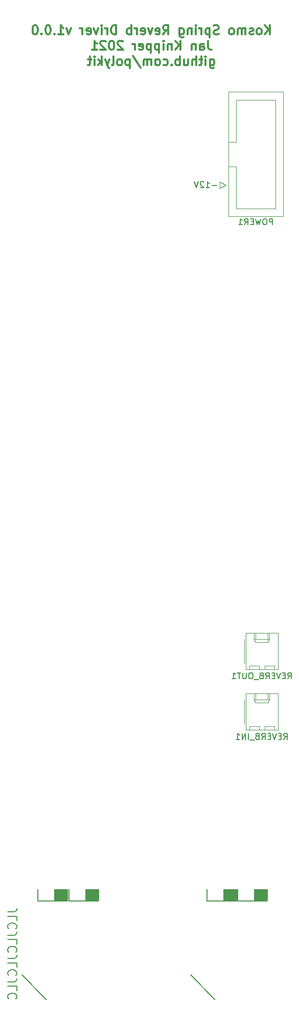
<source format=gbr>
G04 #@! TF.GenerationSoftware,KiCad,Pcbnew,5.1.9-73d0e3b20d~88~ubuntu20.10.1*
G04 #@! TF.CreationDate,2021-03-06T19:26:13+01:00*
G04 #@! TF.ProjectId,kosmo-spring-reverb-driver,6b6f736d-6f2d-4737-9072-696e672d7265,v1.0.0*
G04 #@! TF.SameCoordinates,Original*
G04 #@! TF.FileFunction,Legend,Bot*
G04 #@! TF.FilePolarity,Positive*
%FSLAX46Y46*%
G04 Gerber Fmt 4.6, Leading zero omitted, Abs format (unit mm)*
G04 Created by KiCad (PCBNEW 5.1.9-73d0e3b20d~88~ubuntu20.10.1) date 2021-03-06 19:26:13*
%MOMM*%
%LPD*%
G01*
G04 APERTURE LIST*
%ADD10C,0.200000*%
%ADD11C,0.300000*%
%ADD12C,0.120000*%
%ADD13C,0.150000*%
%ADD14C,0.100000*%
G04 APERTURE END LIST*
D10*
X117761904Y-82071428D02*
X117000000Y-82071428D01*
X116000000Y-82452380D02*
X116571428Y-82452380D01*
X116285714Y-82452380D02*
X116285714Y-81452380D01*
X116380952Y-81595238D01*
X116476190Y-81690476D01*
X116571428Y-81738095D01*
X115619047Y-81547619D02*
X115571428Y-81500000D01*
X115476190Y-81452380D01*
X115238095Y-81452380D01*
X115142857Y-81500000D01*
X115095238Y-81547619D01*
X115047619Y-81642857D01*
X115047619Y-81738095D01*
X115095238Y-81880952D01*
X115666666Y-82452380D01*
X115047619Y-82452380D01*
X114761904Y-81452380D02*
X114428571Y-82452380D01*
X114095238Y-81452380D01*
D11*
X126642857Y-57128571D02*
X126642857Y-55628571D01*
X125785714Y-57128571D02*
X126428571Y-56271428D01*
X125785714Y-55628571D02*
X126642857Y-56485714D01*
X124928571Y-57128571D02*
X125071428Y-57057142D01*
X125142857Y-56985714D01*
X125214285Y-56842857D01*
X125214285Y-56414285D01*
X125142857Y-56271428D01*
X125071428Y-56200000D01*
X124928571Y-56128571D01*
X124714285Y-56128571D01*
X124571428Y-56200000D01*
X124500000Y-56271428D01*
X124428571Y-56414285D01*
X124428571Y-56842857D01*
X124500000Y-56985714D01*
X124571428Y-57057142D01*
X124714285Y-57128571D01*
X124928571Y-57128571D01*
X123857142Y-57057142D02*
X123714285Y-57128571D01*
X123428571Y-57128571D01*
X123285714Y-57057142D01*
X123214285Y-56914285D01*
X123214285Y-56842857D01*
X123285714Y-56700000D01*
X123428571Y-56628571D01*
X123642857Y-56628571D01*
X123785714Y-56557142D01*
X123857142Y-56414285D01*
X123857142Y-56342857D01*
X123785714Y-56200000D01*
X123642857Y-56128571D01*
X123428571Y-56128571D01*
X123285714Y-56200000D01*
X122571428Y-57128571D02*
X122571428Y-56128571D01*
X122571428Y-56271428D02*
X122500000Y-56200000D01*
X122357142Y-56128571D01*
X122142857Y-56128571D01*
X122000000Y-56200000D01*
X121928571Y-56342857D01*
X121928571Y-57128571D01*
X121928571Y-56342857D02*
X121857142Y-56200000D01*
X121714285Y-56128571D01*
X121500000Y-56128571D01*
X121357142Y-56200000D01*
X121285714Y-56342857D01*
X121285714Y-57128571D01*
X120357142Y-57128571D02*
X120500000Y-57057142D01*
X120571428Y-56985714D01*
X120642857Y-56842857D01*
X120642857Y-56414285D01*
X120571428Y-56271428D01*
X120500000Y-56200000D01*
X120357142Y-56128571D01*
X120142857Y-56128571D01*
X120000000Y-56200000D01*
X119928571Y-56271428D01*
X119857142Y-56414285D01*
X119857142Y-56842857D01*
X119928571Y-56985714D01*
X120000000Y-57057142D01*
X120142857Y-57128571D01*
X120357142Y-57128571D01*
X118142857Y-57057142D02*
X117928571Y-57128571D01*
X117571428Y-57128571D01*
X117428571Y-57057142D01*
X117357142Y-56985714D01*
X117285714Y-56842857D01*
X117285714Y-56700000D01*
X117357142Y-56557142D01*
X117428571Y-56485714D01*
X117571428Y-56414285D01*
X117857142Y-56342857D01*
X118000000Y-56271428D01*
X118071428Y-56200000D01*
X118142857Y-56057142D01*
X118142857Y-55914285D01*
X118071428Y-55771428D01*
X118000000Y-55700000D01*
X117857142Y-55628571D01*
X117500000Y-55628571D01*
X117285714Y-55700000D01*
X116642857Y-56128571D02*
X116642857Y-57628571D01*
X116642857Y-56200000D02*
X116500000Y-56128571D01*
X116214285Y-56128571D01*
X116071428Y-56200000D01*
X116000000Y-56271428D01*
X115928571Y-56414285D01*
X115928571Y-56842857D01*
X116000000Y-56985714D01*
X116071428Y-57057142D01*
X116214285Y-57128571D01*
X116500000Y-57128571D01*
X116642857Y-57057142D01*
X115285714Y-57128571D02*
X115285714Y-56128571D01*
X115285714Y-56414285D02*
X115214285Y-56271428D01*
X115142857Y-56200000D01*
X115000000Y-56128571D01*
X114857142Y-56128571D01*
X114357142Y-57128571D02*
X114357142Y-56128571D01*
X114357142Y-55628571D02*
X114428571Y-55700000D01*
X114357142Y-55771428D01*
X114285714Y-55700000D01*
X114357142Y-55628571D01*
X114357142Y-55771428D01*
X113642857Y-56128571D02*
X113642857Y-57128571D01*
X113642857Y-56271428D02*
X113571428Y-56200000D01*
X113428571Y-56128571D01*
X113214285Y-56128571D01*
X113071428Y-56200000D01*
X113000000Y-56342857D01*
X113000000Y-57128571D01*
X111642857Y-56128571D02*
X111642857Y-57342857D01*
X111714285Y-57485714D01*
X111785714Y-57557142D01*
X111928571Y-57628571D01*
X112142857Y-57628571D01*
X112285714Y-57557142D01*
X111642857Y-57057142D02*
X111785714Y-57128571D01*
X112071428Y-57128571D01*
X112214285Y-57057142D01*
X112285714Y-56985714D01*
X112357142Y-56842857D01*
X112357142Y-56414285D01*
X112285714Y-56271428D01*
X112214285Y-56200000D01*
X112071428Y-56128571D01*
X111785714Y-56128571D01*
X111642857Y-56200000D01*
X108928571Y-57128571D02*
X109428571Y-56414285D01*
X109785714Y-57128571D02*
X109785714Y-55628571D01*
X109214285Y-55628571D01*
X109071428Y-55700000D01*
X109000000Y-55771428D01*
X108928571Y-55914285D01*
X108928571Y-56128571D01*
X109000000Y-56271428D01*
X109071428Y-56342857D01*
X109214285Y-56414285D01*
X109785714Y-56414285D01*
X107714285Y-57057142D02*
X107857142Y-57128571D01*
X108142857Y-57128571D01*
X108285714Y-57057142D01*
X108357142Y-56914285D01*
X108357142Y-56342857D01*
X108285714Y-56200000D01*
X108142857Y-56128571D01*
X107857142Y-56128571D01*
X107714285Y-56200000D01*
X107642857Y-56342857D01*
X107642857Y-56485714D01*
X108357142Y-56628571D01*
X107142857Y-56128571D02*
X106785714Y-57128571D01*
X106428571Y-56128571D01*
X105285714Y-57057142D02*
X105428571Y-57128571D01*
X105714285Y-57128571D01*
X105857142Y-57057142D01*
X105928571Y-56914285D01*
X105928571Y-56342857D01*
X105857142Y-56200000D01*
X105714285Y-56128571D01*
X105428571Y-56128571D01*
X105285714Y-56200000D01*
X105214285Y-56342857D01*
X105214285Y-56485714D01*
X105928571Y-56628571D01*
X104571428Y-57128571D02*
X104571428Y-56128571D01*
X104571428Y-56414285D02*
X104500000Y-56271428D01*
X104428571Y-56200000D01*
X104285714Y-56128571D01*
X104142857Y-56128571D01*
X103642857Y-57128571D02*
X103642857Y-55628571D01*
X103642857Y-56200000D02*
X103500000Y-56128571D01*
X103214285Y-56128571D01*
X103071428Y-56200000D01*
X103000000Y-56271428D01*
X102928571Y-56414285D01*
X102928571Y-56842857D01*
X103000000Y-56985714D01*
X103071428Y-57057142D01*
X103214285Y-57128571D01*
X103500000Y-57128571D01*
X103642857Y-57057142D01*
X101142857Y-57128571D02*
X101142857Y-55628571D01*
X100785714Y-55628571D01*
X100571428Y-55700000D01*
X100428571Y-55842857D01*
X100357142Y-55985714D01*
X100285714Y-56271428D01*
X100285714Y-56485714D01*
X100357142Y-56771428D01*
X100428571Y-56914285D01*
X100571428Y-57057142D01*
X100785714Y-57128571D01*
X101142857Y-57128571D01*
X99642857Y-57128571D02*
X99642857Y-56128571D01*
X99642857Y-56414285D02*
X99571428Y-56271428D01*
X99500000Y-56200000D01*
X99357142Y-56128571D01*
X99214285Y-56128571D01*
X98714285Y-57128571D02*
X98714285Y-56128571D01*
X98714285Y-55628571D02*
X98785714Y-55700000D01*
X98714285Y-55771428D01*
X98642857Y-55700000D01*
X98714285Y-55628571D01*
X98714285Y-55771428D01*
X98142857Y-56128571D02*
X97785714Y-57128571D01*
X97428571Y-56128571D01*
X96285714Y-57057142D02*
X96428571Y-57128571D01*
X96714285Y-57128571D01*
X96857142Y-57057142D01*
X96928571Y-56914285D01*
X96928571Y-56342857D01*
X96857142Y-56200000D01*
X96714285Y-56128571D01*
X96428571Y-56128571D01*
X96285714Y-56200000D01*
X96214285Y-56342857D01*
X96214285Y-56485714D01*
X96928571Y-56628571D01*
X95571428Y-57128571D02*
X95571428Y-56128571D01*
X95571428Y-56414285D02*
X95499999Y-56271428D01*
X95428571Y-56200000D01*
X95285714Y-56128571D01*
X95142857Y-56128571D01*
X93642857Y-56128571D02*
X93285714Y-57128571D01*
X92928571Y-56128571D01*
X91571428Y-57128571D02*
X92428571Y-57128571D01*
X91999999Y-57128571D02*
X91999999Y-55628571D01*
X92142857Y-55842857D01*
X92285714Y-55985714D01*
X92428571Y-56057142D01*
X90928571Y-56985714D02*
X90857142Y-57057142D01*
X90928571Y-57128571D01*
X90999999Y-57057142D01*
X90928571Y-56985714D01*
X90928571Y-57128571D01*
X89928571Y-55628571D02*
X89785714Y-55628571D01*
X89642857Y-55700000D01*
X89571428Y-55771428D01*
X89499999Y-55914285D01*
X89428571Y-56200000D01*
X89428571Y-56557142D01*
X89499999Y-56842857D01*
X89571428Y-56985714D01*
X89642857Y-57057142D01*
X89785714Y-57128571D01*
X89928571Y-57128571D01*
X90071428Y-57057142D01*
X90142857Y-56985714D01*
X90214285Y-56842857D01*
X90285714Y-56557142D01*
X90285714Y-56200000D01*
X90214285Y-55914285D01*
X90142857Y-55771428D01*
X90071428Y-55700000D01*
X89928571Y-55628571D01*
X88785714Y-56985714D02*
X88714285Y-57057142D01*
X88785714Y-57128571D01*
X88857142Y-57057142D01*
X88785714Y-56985714D01*
X88785714Y-57128571D01*
X87785714Y-55628571D02*
X87642857Y-55628571D01*
X87499999Y-55700000D01*
X87428571Y-55771428D01*
X87357142Y-55914285D01*
X87285714Y-56200000D01*
X87285714Y-56557142D01*
X87357142Y-56842857D01*
X87428571Y-56985714D01*
X87499999Y-57057142D01*
X87642857Y-57128571D01*
X87785714Y-57128571D01*
X87928571Y-57057142D01*
X87999999Y-56985714D01*
X88071428Y-56842857D01*
X88142857Y-56557142D01*
X88142857Y-56200000D01*
X88071428Y-55914285D01*
X87999999Y-55771428D01*
X87928571Y-55700000D01*
X87785714Y-55628571D01*
X116392857Y-58178571D02*
X116392857Y-59250000D01*
X116464285Y-59464285D01*
X116607142Y-59607142D01*
X116821428Y-59678571D01*
X116964285Y-59678571D01*
X115035714Y-59678571D02*
X115035714Y-58892857D01*
X115107142Y-58750000D01*
X115250000Y-58678571D01*
X115535714Y-58678571D01*
X115678571Y-58750000D01*
X115035714Y-59607142D02*
X115178571Y-59678571D01*
X115535714Y-59678571D01*
X115678571Y-59607142D01*
X115750000Y-59464285D01*
X115750000Y-59321428D01*
X115678571Y-59178571D01*
X115535714Y-59107142D01*
X115178571Y-59107142D01*
X115035714Y-59035714D01*
X114321428Y-58678571D02*
X114321428Y-59678571D01*
X114321428Y-58821428D02*
X114250000Y-58750000D01*
X114107142Y-58678571D01*
X113892857Y-58678571D01*
X113750000Y-58750000D01*
X113678571Y-58892857D01*
X113678571Y-59678571D01*
X111821428Y-59678571D02*
X111821428Y-58178571D01*
X110964285Y-59678571D02*
X111607142Y-58821428D01*
X110964285Y-58178571D02*
X111821428Y-59035714D01*
X110321428Y-58678571D02*
X110321428Y-59678571D01*
X110321428Y-58821428D02*
X110250000Y-58750000D01*
X110107142Y-58678571D01*
X109892857Y-58678571D01*
X109750000Y-58750000D01*
X109678571Y-58892857D01*
X109678571Y-59678571D01*
X108964285Y-59678571D02*
X108964285Y-58678571D01*
X108964285Y-58178571D02*
X109035714Y-58250000D01*
X108964285Y-58321428D01*
X108892857Y-58250000D01*
X108964285Y-58178571D01*
X108964285Y-58321428D01*
X108250000Y-58678571D02*
X108250000Y-60178571D01*
X108250000Y-58750000D02*
X108107142Y-58678571D01*
X107821428Y-58678571D01*
X107678571Y-58750000D01*
X107607142Y-58821428D01*
X107535714Y-58964285D01*
X107535714Y-59392857D01*
X107607142Y-59535714D01*
X107678571Y-59607142D01*
X107821428Y-59678571D01*
X108107142Y-59678571D01*
X108250000Y-59607142D01*
X106892857Y-58678571D02*
X106892857Y-60178571D01*
X106892857Y-58750000D02*
X106750000Y-58678571D01*
X106464285Y-58678571D01*
X106321428Y-58750000D01*
X106250000Y-58821428D01*
X106178571Y-58964285D01*
X106178571Y-59392857D01*
X106250000Y-59535714D01*
X106321428Y-59607142D01*
X106464285Y-59678571D01*
X106750000Y-59678571D01*
X106892857Y-59607142D01*
X104964285Y-59607142D02*
X105107142Y-59678571D01*
X105392857Y-59678571D01*
X105535714Y-59607142D01*
X105607142Y-59464285D01*
X105607142Y-58892857D01*
X105535714Y-58750000D01*
X105392857Y-58678571D01*
X105107142Y-58678571D01*
X104964285Y-58750000D01*
X104892857Y-58892857D01*
X104892857Y-59035714D01*
X105607142Y-59178571D01*
X104250000Y-59678571D02*
X104250000Y-58678571D01*
X104250000Y-58964285D02*
X104178571Y-58821428D01*
X104107142Y-58750000D01*
X103964285Y-58678571D01*
X103821428Y-58678571D01*
X102250000Y-58321428D02*
X102178571Y-58250000D01*
X102035714Y-58178571D01*
X101678571Y-58178571D01*
X101535714Y-58250000D01*
X101464285Y-58321428D01*
X101392857Y-58464285D01*
X101392857Y-58607142D01*
X101464285Y-58821428D01*
X102321428Y-59678571D01*
X101392857Y-59678571D01*
X100464285Y-58178571D02*
X100321428Y-58178571D01*
X100178571Y-58250000D01*
X100107142Y-58321428D01*
X100035714Y-58464285D01*
X99964285Y-58750000D01*
X99964285Y-59107142D01*
X100035714Y-59392857D01*
X100107142Y-59535714D01*
X100178571Y-59607142D01*
X100321428Y-59678571D01*
X100464285Y-59678571D01*
X100607142Y-59607142D01*
X100678571Y-59535714D01*
X100750000Y-59392857D01*
X100821428Y-59107142D01*
X100821428Y-58750000D01*
X100750000Y-58464285D01*
X100678571Y-58321428D01*
X100607142Y-58250000D01*
X100464285Y-58178571D01*
X99392857Y-58321428D02*
X99321428Y-58250000D01*
X99178571Y-58178571D01*
X98821428Y-58178571D01*
X98678571Y-58250000D01*
X98607142Y-58321428D01*
X98535714Y-58464285D01*
X98535714Y-58607142D01*
X98607142Y-58821428D01*
X99464285Y-59678571D01*
X98535714Y-59678571D01*
X97107142Y-59678571D02*
X97964285Y-59678571D01*
X97535714Y-59678571D02*
X97535714Y-58178571D01*
X97678571Y-58392857D01*
X97821428Y-58535714D01*
X97964285Y-58607142D01*
X116678571Y-61228571D02*
X116678571Y-62442857D01*
X116750000Y-62585714D01*
X116821428Y-62657142D01*
X116964285Y-62728571D01*
X117178571Y-62728571D01*
X117321428Y-62657142D01*
X116678571Y-62157142D02*
X116821428Y-62228571D01*
X117107142Y-62228571D01*
X117250000Y-62157142D01*
X117321428Y-62085714D01*
X117392857Y-61942857D01*
X117392857Y-61514285D01*
X117321428Y-61371428D01*
X117250000Y-61300000D01*
X117107142Y-61228571D01*
X116821428Y-61228571D01*
X116678571Y-61300000D01*
X115964285Y-62228571D02*
X115964285Y-61228571D01*
X115964285Y-60728571D02*
X116035714Y-60800000D01*
X115964285Y-60871428D01*
X115892857Y-60800000D01*
X115964285Y-60728571D01*
X115964285Y-60871428D01*
X115464285Y-61228571D02*
X114892857Y-61228571D01*
X115250000Y-60728571D02*
X115250000Y-62014285D01*
X115178571Y-62157142D01*
X115035714Y-62228571D01*
X114892857Y-62228571D01*
X114392857Y-62228571D02*
X114392857Y-60728571D01*
X113750000Y-62228571D02*
X113750000Y-61442857D01*
X113821428Y-61300000D01*
X113964285Y-61228571D01*
X114178571Y-61228571D01*
X114321428Y-61300000D01*
X114392857Y-61371428D01*
X112392857Y-61228571D02*
X112392857Y-62228571D01*
X113035714Y-61228571D02*
X113035714Y-62014285D01*
X112964285Y-62157142D01*
X112821428Y-62228571D01*
X112607142Y-62228571D01*
X112464285Y-62157142D01*
X112392857Y-62085714D01*
X111678571Y-62228571D02*
X111678571Y-60728571D01*
X111678571Y-61300000D02*
X111535714Y-61228571D01*
X111250000Y-61228571D01*
X111107142Y-61300000D01*
X111035714Y-61371428D01*
X110964285Y-61514285D01*
X110964285Y-61942857D01*
X111035714Y-62085714D01*
X111107142Y-62157142D01*
X111250000Y-62228571D01*
X111535714Y-62228571D01*
X111678571Y-62157142D01*
X110321428Y-62085714D02*
X110250000Y-62157142D01*
X110321428Y-62228571D01*
X110392857Y-62157142D01*
X110321428Y-62085714D01*
X110321428Y-62228571D01*
X108964285Y-62157142D02*
X109107142Y-62228571D01*
X109392857Y-62228571D01*
X109535714Y-62157142D01*
X109607142Y-62085714D01*
X109678571Y-61942857D01*
X109678571Y-61514285D01*
X109607142Y-61371428D01*
X109535714Y-61300000D01*
X109392857Y-61228571D01*
X109107142Y-61228571D01*
X108964285Y-61300000D01*
X108107142Y-62228571D02*
X108250000Y-62157142D01*
X108321428Y-62085714D01*
X108392857Y-61942857D01*
X108392857Y-61514285D01*
X108321428Y-61371428D01*
X108250000Y-61300000D01*
X108107142Y-61228571D01*
X107892857Y-61228571D01*
X107750000Y-61300000D01*
X107678571Y-61371428D01*
X107607142Y-61514285D01*
X107607142Y-61942857D01*
X107678571Y-62085714D01*
X107750000Y-62157142D01*
X107892857Y-62228571D01*
X108107142Y-62228571D01*
X106964285Y-62228571D02*
X106964285Y-61228571D01*
X106964285Y-61371428D02*
X106892857Y-61300000D01*
X106750000Y-61228571D01*
X106535714Y-61228571D01*
X106392857Y-61300000D01*
X106321428Y-61442857D01*
X106321428Y-62228571D01*
X106321428Y-61442857D02*
X106250000Y-61300000D01*
X106107142Y-61228571D01*
X105892857Y-61228571D01*
X105750000Y-61300000D01*
X105678571Y-61442857D01*
X105678571Y-62228571D01*
X103892857Y-60657142D02*
X105178571Y-62585714D01*
X103392857Y-61228571D02*
X103392857Y-62728571D01*
X103392857Y-61300000D02*
X103250000Y-61228571D01*
X102964285Y-61228571D01*
X102821428Y-61300000D01*
X102750000Y-61371428D01*
X102678571Y-61514285D01*
X102678571Y-61942857D01*
X102750000Y-62085714D01*
X102821428Y-62157142D01*
X102964285Y-62228571D01*
X103250000Y-62228571D01*
X103392857Y-62157142D01*
X101821428Y-62228571D02*
X101964285Y-62157142D01*
X102035714Y-62085714D01*
X102107142Y-61942857D01*
X102107142Y-61514285D01*
X102035714Y-61371428D01*
X101964285Y-61300000D01*
X101821428Y-61228571D01*
X101607142Y-61228571D01*
X101464285Y-61300000D01*
X101392857Y-61371428D01*
X101321428Y-61514285D01*
X101321428Y-61942857D01*
X101392857Y-62085714D01*
X101464285Y-62157142D01*
X101607142Y-62228571D01*
X101821428Y-62228571D01*
X100464285Y-62228571D02*
X100607142Y-62157142D01*
X100678571Y-62014285D01*
X100678571Y-60728571D01*
X100035714Y-61228571D02*
X99678571Y-62228571D01*
X99321428Y-61228571D02*
X99678571Y-62228571D01*
X99821428Y-62585714D01*
X99892857Y-62657142D01*
X100035714Y-62728571D01*
X98750000Y-62228571D02*
X98750000Y-60728571D01*
X98607142Y-61657142D02*
X98178571Y-62228571D01*
X98178571Y-61228571D02*
X98750000Y-61800000D01*
X97535714Y-62228571D02*
X97535714Y-61228571D01*
X97535714Y-60728571D02*
X97607142Y-60800000D01*
X97535714Y-60871428D01*
X97464285Y-60800000D01*
X97535714Y-60728571D01*
X97535714Y-60871428D01*
X97035714Y-61228571D02*
X96464285Y-61228571D01*
X96821428Y-60728571D02*
X96821428Y-62014285D01*
X96750000Y-62157142D01*
X96607142Y-62228571D01*
X96464285Y-62228571D01*
D10*
X83178571Y-202071428D02*
X84250000Y-202071428D01*
X84464285Y-202000000D01*
X84607142Y-201857142D01*
X84678571Y-201642857D01*
X84678571Y-201500000D01*
X84678571Y-203500000D02*
X84678571Y-202785714D01*
X83178571Y-202785714D01*
X84535714Y-204857142D02*
X84607142Y-204785714D01*
X84678571Y-204571428D01*
X84678571Y-204428571D01*
X84607142Y-204214285D01*
X84464285Y-204071428D01*
X84321428Y-204000000D01*
X84035714Y-203928571D01*
X83821428Y-203928571D01*
X83535714Y-204000000D01*
X83392857Y-204071428D01*
X83250000Y-204214285D01*
X83178571Y-204428571D01*
X83178571Y-204571428D01*
X83250000Y-204785714D01*
X83321428Y-204857142D01*
X83178571Y-205928571D02*
X84250000Y-205928571D01*
X84464285Y-205857142D01*
X84607142Y-205714285D01*
X84678571Y-205500000D01*
X84678571Y-205357142D01*
X84678571Y-207357142D02*
X84678571Y-206642857D01*
X83178571Y-206642857D01*
X84535714Y-208714285D02*
X84607142Y-208642857D01*
X84678571Y-208428571D01*
X84678571Y-208285714D01*
X84607142Y-208071428D01*
X84464285Y-207928571D01*
X84321428Y-207857142D01*
X84035714Y-207785714D01*
X83821428Y-207785714D01*
X83535714Y-207857142D01*
X83392857Y-207928571D01*
X83250000Y-208071428D01*
X83178571Y-208285714D01*
X83178571Y-208428571D01*
X83250000Y-208642857D01*
X83321428Y-208714285D01*
X83178571Y-209785714D02*
X84250000Y-209785714D01*
X84464285Y-209714285D01*
X84607142Y-209571428D01*
X84678571Y-209357142D01*
X84678571Y-209214285D01*
X84678571Y-211214285D02*
X84678571Y-210500000D01*
X83178571Y-210500000D01*
X84535714Y-212571428D02*
X84607142Y-212500000D01*
X84678571Y-212285714D01*
X84678571Y-212142857D01*
X84607142Y-211928571D01*
X84464285Y-211785714D01*
X84321428Y-211714285D01*
X84035714Y-211642857D01*
X83821428Y-211642857D01*
X83535714Y-211714285D01*
X83392857Y-211785714D01*
X83250000Y-211928571D01*
X83178571Y-212142857D01*
X83178571Y-212285714D01*
X83250000Y-212500000D01*
X83321428Y-212571428D01*
X83178571Y-213642857D02*
X84250000Y-213642857D01*
X84464285Y-213571428D01*
X84607142Y-213428571D01*
X84678571Y-213214285D01*
X84678571Y-213071428D01*
X84678571Y-215071428D02*
X84678571Y-214357142D01*
X83178571Y-214357142D01*
X84535714Y-216428571D02*
X84607142Y-216357142D01*
X84678571Y-216142857D01*
X84678571Y-216000000D01*
X84607142Y-215785714D01*
X84464285Y-215642857D01*
X84321428Y-215571428D01*
X84035714Y-215500000D01*
X83821428Y-215500000D01*
X83535714Y-215571428D01*
X83392857Y-215642857D01*
X83250000Y-215785714D01*
X83178571Y-216000000D01*
X83178571Y-216142857D01*
X83250000Y-216357142D01*
X83321428Y-216428571D01*
D12*
X127340000Y-161430000D02*
X127340000Y-162030000D01*
X125740000Y-161430000D02*
X127340000Y-161430000D01*
X125740000Y-162030000D02*
X125740000Y-161430000D01*
X124800000Y-161430000D02*
X124800000Y-162030000D01*
X123200000Y-161430000D02*
X124800000Y-161430000D01*
X123200000Y-162030000D02*
X123200000Y-161430000D01*
X126290000Y-156010000D02*
X126290000Y-157010000D01*
X124250000Y-156010000D02*
X124250000Y-157010000D01*
X126290000Y-157540000D02*
X126540000Y-157010000D01*
X124250000Y-157540000D02*
X126290000Y-157540000D01*
X124000000Y-157010000D02*
X124250000Y-157540000D01*
X126540000Y-157010000D02*
X126540000Y-156010000D01*
X124000000Y-157010000D02*
X126540000Y-157010000D01*
X124000000Y-156010000D02*
X124000000Y-157010000D01*
X122330000Y-161000000D02*
X122330000Y-157000000D01*
X127920000Y-162030000D02*
X122620000Y-162030000D01*
X127920000Y-156010000D02*
X127920000Y-162030000D01*
X122620000Y-156010000D02*
X127920000Y-156010000D01*
X122620000Y-162030000D02*
X122620000Y-156010000D01*
X127340000Y-171430000D02*
X127340000Y-172030000D01*
X125740000Y-171430000D02*
X127340000Y-171430000D01*
X125740000Y-172030000D02*
X125740000Y-171430000D01*
X124800000Y-171430000D02*
X124800000Y-172030000D01*
X123200000Y-171430000D02*
X124800000Y-171430000D01*
X123200000Y-172030000D02*
X123200000Y-171430000D01*
X126290000Y-166010000D02*
X126290000Y-167010000D01*
X124250000Y-166010000D02*
X124250000Y-167010000D01*
X126290000Y-167540000D02*
X126540000Y-167010000D01*
X124250000Y-167540000D02*
X126290000Y-167540000D01*
X124000000Y-167010000D02*
X124250000Y-167540000D01*
X126540000Y-167010000D02*
X126540000Y-166010000D01*
X124000000Y-167010000D02*
X126540000Y-167010000D01*
X124000000Y-166010000D02*
X124000000Y-167010000D01*
X122330000Y-171000000D02*
X122330000Y-167000000D01*
X127920000Y-172030000D02*
X122620000Y-172030000D01*
X127920000Y-166010000D02*
X127920000Y-172030000D01*
X122620000Y-166010000D02*
X127920000Y-166010000D01*
X122620000Y-172030000D02*
X122620000Y-166010000D01*
X118320000Y-81500000D02*
X119320000Y-82000000D01*
X118320000Y-82500000D02*
X118320000Y-81500000D01*
X119320000Y-82000000D02*
X118320000Y-82500000D01*
X121020000Y-74870000D02*
X119710000Y-74870000D01*
X121020000Y-74870000D02*
X121020000Y-74870000D01*
X121020000Y-67930000D02*
X121020000Y-74870000D01*
X127520000Y-67930000D02*
X121020000Y-67930000D01*
X127520000Y-85910000D02*
X127520000Y-67930000D01*
X121020000Y-85910000D02*
X127520000Y-85910000D01*
X121020000Y-78970000D02*
X121020000Y-85910000D01*
X119710000Y-78970000D02*
X121020000Y-78970000D01*
X119710000Y-66630000D02*
X119710000Y-87210000D01*
X128830000Y-66630000D02*
X119710000Y-66630000D01*
X128830000Y-87210000D02*
X128830000Y-66630000D01*
X119710000Y-87210000D02*
X128830000Y-87210000D01*
D13*
X126200000Y-200300000D02*
X121300000Y-200300000D01*
D14*
G36*
X124000000Y-198300000D02*
G01*
X126200000Y-198300000D01*
X126200000Y-200100000D01*
X124000000Y-200100000D01*
X124000000Y-198300000D01*
G37*
X124000000Y-198300000D02*
X126200000Y-198300000D01*
X126200000Y-200100000D01*
X124000000Y-200100000D01*
X124000000Y-198300000D01*
D13*
X121100000Y-200300000D02*
X116200000Y-200300000D01*
X116200000Y-200300000D02*
X116200000Y-198300000D01*
X117500000Y-216500000D02*
X113500000Y-212500000D01*
X121300000Y-200300000D02*
X121300000Y-198300000D01*
D14*
G36*
X118900000Y-198300000D02*
G01*
X121100000Y-198300000D01*
X121100000Y-200100000D01*
X118900000Y-200100000D01*
X118900000Y-198300000D01*
G37*
X118900000Y-198300000D02*
X121100000Y-198300000D01*
X121100000Y-200100000D01*
X118900000Y-200100000D01*
X118900000Y-198300000D01*
D13*
X98200000Y-200300000D02*
X93300000Y-200300000D01*
D14*
G36*
X96000000Y-198300000D02*
G01*
X98200000Y-198300000D01*
X98200000Y-200100000D01*
X96000000Y-200100000D01*
X96000000Y-198300000D01*
G37*
X96000000Y-198300000D02*
X98200000Y-198300000D01*
X98200000Y-200100000D01*
X96000000Y-200100000D01*
X96000000Y-198300000D01*
D13*
X93100000Y-200300000D02*
X88200000Y-200300000D01*
X88200000Y-200300000D02*
X88200000Y-198300000D01*
X89500000Y-216500000D02*
X85500000Y-212500000D01*
X93300000Y-200300000D02*
X93300000Y-198300000D01*
D14*
G36*
X90900000Y-198300000D02*
G01*
X93100000Y-198300000D01*
X93100000Y-200100000D01*
X90900000Y-200100000D01*
X90900000Y-198300000D01*
G37*
X90900000Y-198300000D02*
X93100000Y-198300000D01*
X93100000Y-200100000D01*
X90900000Y-200100000D01*
X90900000Y-198300000D01*
D13*
X129579523Y-163572380D02*
X129912857Y-163096190D01*
X130150952Y-163572380D02*
X130150952Y-162572380D01*
X129770000Y-162572380D01*
X129674761Y-162620000D01*
X129627142Y-162667619D01*
X129579523Y-162762857D01*
X129579523Y-162905714D01*
X129627142Y-163000952D01*
X129674761Y-163048571D01*
X129770000Y-163096190D01*
X130150952Y-163096190D01*
X129150952Y-163048571D02*
X128817619Y-163048571D01*
X128674761Y-163572380D02*
X129150952Y-163572380D01*
X129150952Y-162572380D01*
X128674761Y-162572380D01*
X128389047Y-162572380D02*
X128055714Y-163572380D01*
X127722380Y-162572380D01*
X127389047Y-163048571D02*
X127055714Y-163048571D01*
X126912857Y-163572380D02*
X127389047Y-163572380D01*
X127389047Y-162572380D01*
X126912857Y-162572380D01*
X125912857Y-163572380D02*
X126246190Y-163096190D01*
X126484285Y-163572380D02*
X126484285Y-162572380D01*
X126103333Y-162572380D01*
X126008095Y-162620000D01*
X125960476Y-162667619D01*
X125912857Y-162762857D01*
X125912857Y-162905714D01*
X125960476Y-163000952D01*
X126008095Y-163048571D01*
X126103333Y-163096190D01*
X126484285Y-163096190D01*
X125150952Y-163048571D02*
X125008095Y-163096190D01*
X124960476Y-163143809D01*
X124912857Y-163239047D01*
X124912857Y-163381904D01*
X124960476Y-163477142D01*
X125008095Y-163524761D01*
X125103333Y-163572380D01*
X125484285Y-163572380D01*
X125484285Y-162572380D01*
X125150952Y-162572380D01*
X125055714Y-162620000D01*
X125008095Y-162667619D01*
X124960476Y-162762857D01*
X124960476Y-162858095D01*
X125008095Y-162953333D01*
X125055714Y-163000952D01*
X125150952Y-163048571D01*
X125484285Y-163048571D01*
X124722380Y-163667619D02*
X123960476Y-163667619D01*
X123531904Y-162572380D02*
X123341428Y-162572380D01*
X123246190Y-162620000D01*
X123150952Y-162715238D01*
X123103333Y-162905714D01*
X123103333Y-163239047D01*
X123150952Y-163429523D01*
X123246190Y-163524761D01*
X123341428Y-163572380D01*
X123531904Y-163572380D01*
X123627142Y-163524761D01*
X123722380Y-163429523D01*
X123770000Y-163239047D01*
X123770000Y-162905714D01*
X123722380Y-162715238D01*
X123627142Y-162620000D01*
X123531904Y-162572380D01*
X122674761Y-162572380D02*
X122674761Y-163381904D01*
X122627142Y-163477142D01*
X122579523Y-163524761D01*
X122484285Y-163572380D01*
X122293809Y-163572380D01*
X122198571Y-163524761D01*
X122150952Y-163477142D01*
X122103333Y-163381904D01*
X122103333Y-162572380D01*
X121770000Y-162572380D02*
X121198571Y-162572380D01*
X121484285Y-163572380D02*
X121484285Y-162572380D01*
X120341428Y-163572380D02*
X120912857Y-163572380D01*
X120627142Y-163572380D02*
X120627142Y-162572380D01*
X120722380Y-162715238D01*
X120817619Y-162810476D01*
X120912857Y-162858095D01*
X128912857Y-173572380D02*
X129246190Y-173096190D01*
X129484285Y-173572380D02*
X129484285Y-172572380D01*
X129103333Y-172572380D01*
X129008095Y-172620000D01*
X128960476Y-172667619D01*
X128912857Y-172762857D01*
X128912857Y-172905714D01*
X128960476Y-173000952D01*
X129008095Y-173048571D01*
X129103333Y-173096190D01*
X129484285Y-173096190D01*
X128484285Y-173048571D02*
X128150952Y-173048571D01*
X128008095Y-173572380D02*
X128484285Y-173572380D01*
X128484285Y-172572380D01*
X128008095Y-172572380D01*
X127722380Y-172572380D02*
X127389047Y-173572380D01*
X127055714Y-172572380D01*
X126722380Y-173048571D02*
X126389047Y-173048571D01*
X126246190Y-173572380D02*
X126722380Y-173572380D01*
X126722380Y-172572380D01*
X126246190Y-172572380D01*
X125246190Y-173572380D02*
X125579523Y-173096190D01*
X125817619Y-173572380D02*
X125817619Y-172572380D01*
X125436666Y-172572380D01*
X125341428Y-172620000D01*
X125293809Y-172667619D01*
X125246190Y-172762857D01*
X125246190Y-172905714D01*
X125293809Y-173000952D01*
X125341428Y-173048571D01*
X125436666Y-173096190D01*
X125817619Y-173096190D01*
X124484285Y-173048571D02*
X124341428Y-173096190D01*
X124293809Y-173143809D01*
X124246190Y-173239047D01*
X124246190Y-173381904D01*
X124293809Y-173477142D01*
X124341428Y-173524761D01*
X124436666Y-173572380D01*
X124817619Y-173572380D01*
X124817619Y-172572380D01*
X124484285Y-172572380D01*
X124389047Y-172620000D01*
X124341428Y-172667619D01*
X124293809Y-172762857D01*
X124293809Y-172858095D01*
X124341428Y-172953333D01*
X124389047Y-173000952D01*
X124484285Y-173048571D01*
X124817619Y-173048571D01*
X124055714Y-173667619D02*
X123293809Y-173667619D01*
X123055714Y-173572380D02*
X123055714Y-172572380D01*
X122579523Y-173572380D02*
X122579523Y-172572380D01*
X122008095Y-173572380D01*
X122008095Y-172572380D01*
X121008095Y-173572380D02*
X121579523Y-173572380D01*
X121293809Y-173572380D02*
X121293809Y-172572380D01*
X121389047Y-172715238D01*
X121484285Y-172810476D01*
X121579523Y-172858095D01*
X127055714Y-88552380D02*
X127055714Y-87552380D01*
X126674761Y-87552380D01*
X126579523Y-87600000D01*
X126531904Y-87647619D01*
X126484285Y-87742857D01*
X126484285Y-87885714D01*
X126531904Y-87980952D01*
X126579523Y-88028571D01*
X126674761Y-88076190D01*
X127055714Y-88076190D01*
X125865238Y-87552380D02*
X125674761Y-87552380D01*
X125579523Y-87600000D01*
X125484285Y-87695238D01*
X125436666Y-87885714D01*
X125436666Y-88219047D01*
X125484285Y-88409523D01*
X125579523Y-88504761D01*
X125674761Y-88552380D01*
X125865238Y-88552380D01*
X125960476Y-88504761D01*
X126055714Y-88409523D01*
X126103333Y-88219047D01*
X126103333Y-87885714D01*
X126055714Y-87695238D01*
X125960476Y-87600000D01*
X125865238Y-87552380D01*
X125103333Y-87552380D02*
X124865238Y-88552380D01*
X124674761Y-87838095D01*
X124484285Y-88552380D01*
X124246190Y-87552380D01*
X123865238Y-88028571D02*
X123531904Y-88028571D01*
X123389047Y-88552380D02*
X123865238Y-88552380D01*
X123865238Y-87552380D01*
X123389047Y-87552380D01*
X122389047Y-88552380D02*
X122722380Y-88076190D01*
X122960476Y-88552380D02*
X122960476Y-87552380D01*
X122579523Y-87552380D01*
X122484285Y-87600000D01*
X122436666Y-87647619D01*
X122389047Y-87742857D01*
X122389047Y-87885714D01*
X122436666Y-87980952D01*
X122484285Y-88028571D01*
X122579523Y-88076190D01*
X122960476Y-88076190D01*
X121436666Y-88552380D02*
X122008095Y-88552380D01*
X121722380Y-88552380D02*
X121722380Y-87552380D01*
X121817619Y-87695238D01*
X121912857Y-87790476D01*
X122008095Y-87838095D01*
M02*

</source>
